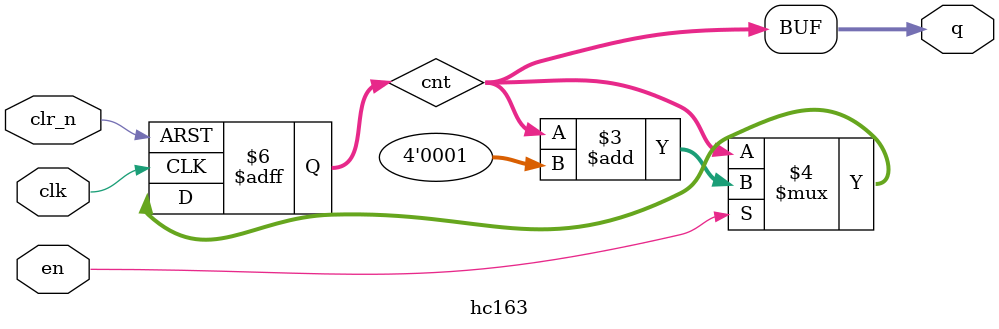
<source format=v>
`timescale 1ns/1ps
module hc163 (input wire clk, input wire clr_n, input wire en, output wire [3:0] q);
    `ifndef HC_TPD
    `define HC_TPD 0.001   // 1 ps: break zero-delay loops
    `endif
    reg [3:0] cnt;
    always @(posedge clk or negedge clr_n) begin
        if (!clr_n)       cnt <= #`HC_TPD 4'd0;
        else if (en)      cnt <= #`HC_TPD (cnt + 4'd1);
        // Keep original value when not enabled
    end
    assign q = cnt;
endmodule
</source>
